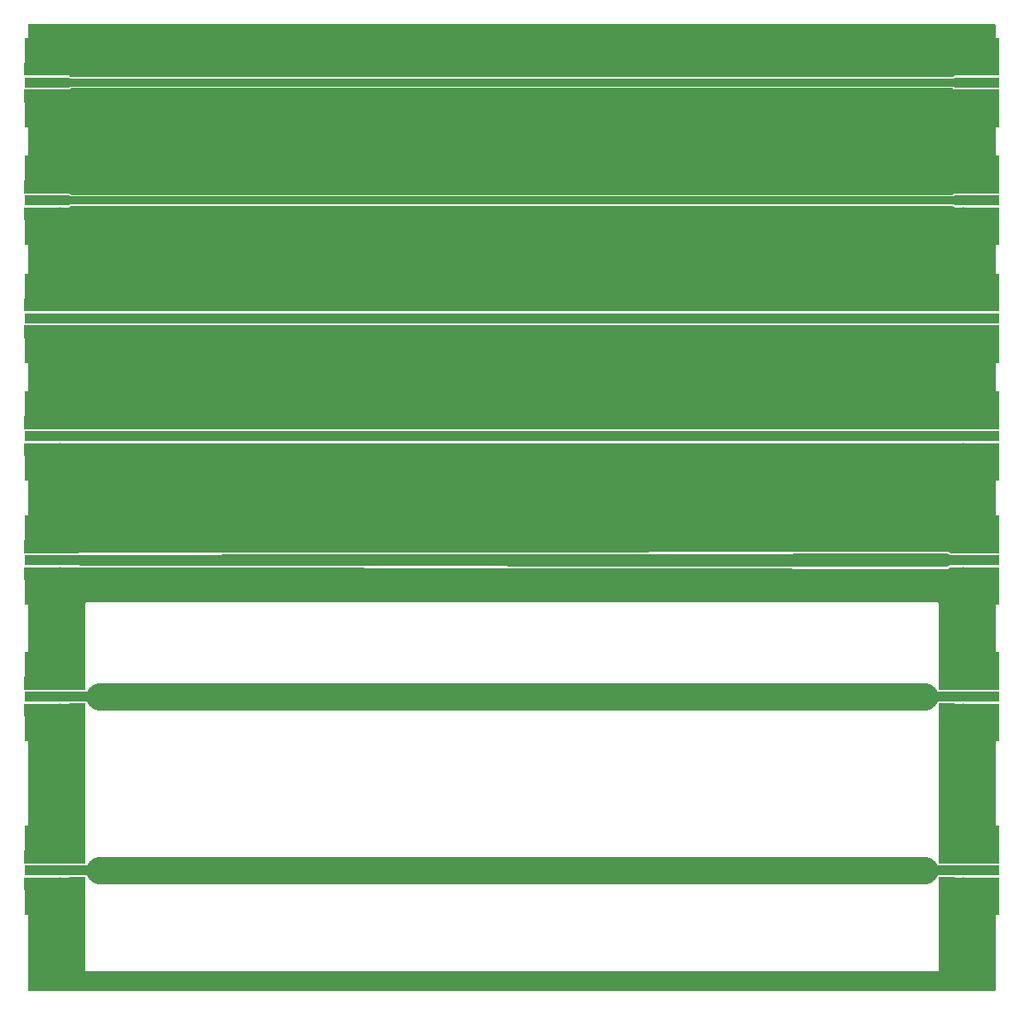
<source format=gtl>
G04 EAGLE Gerber RS-274X export*
G75*
%MOMM*%
%FSLAX34Y34*%
%LPD*%
%INTop Copper Layer*%
%IPPOS*%
%AMOC8*
5,1,8,0,0,1.08239X$1,22.5*%
G01*
%ADD10R,4.572000X2.540000*%
%ADD11R,4.572000X1.041400*%
%ADD12C,0.554000*%
%ADD13R,0.050800X0.050800*%
%ADD14C,0.604000*%
%ADD15C,1.041400*%
%ADD16C,2.819400*%
%ADD17C,0.812800*%
%ADD18C,1.092200*%
%ADD19C,1.143000*%
%ADD20C,1.193800*%
%ADD21C,1.244600*%
%ADD22C,1.295400*%
%ADD23C,1.346200*%

G36*
X54959Y451750D02*
X54959Y451750D01*
X55025Y451751D01*
X55105Y451774D01*
X55138Y451779D01*
X55155Y451789D01*
X55186Y451798D01*
X55659Y451994D01*
X200894Y451994D01*
X200959Y452004D01*
X201024Y452005D01*
X201105Y452028D01*
X201137Y452033D01*
X201154Y452043D01*
X201186Y452052D01*
X201659Y452248D01*
X346894Y452248D01*
X346958Y452258D01*
X347024Y452259D01*
X347104Y452282D01*
X347136Y452287D01*
X347154Y452297D01*
X347185Y452306D01*
X347658Y452502D01*
X492893Y452502D01*
X492958Y452512D01*
X493023Y452513D01*
X493103Y452536D01*
X493136Y452541D01*
X493153Y452551D01*
X493185Y452560D01*
X493658Y452756D01*
X638893Y452756D01*
X638957Y452766D01*
X639023Y452767D01*
X639103Y452790D01*
X639135Y452795D01*
X639153Y452805D01*
X639184Y452814D01*
X639657Y453010D01*
X784892Y453010D01*
X784957Y453020D01*
X785022Y453021D01*
X785102Y453044D01*
X785135Y453049D01*
X785152Y453059D01*
X785183Y453068D01*
X785657Y453264D01*
X944083Y453264D01*
X947335Y451917D01*
X947345Y451910D01*
X947415Y451850D01*
X947445Y451838D01*
X947471Y451819D01*
X947558Y451792D01*
X947643Y451758D01*
X947684Y451754D01*
X947706Y451747D01*
X947738Y451748D01*
X947809Y451740D01*
X950468Y451740D01*
X950488Y451743D01*
X950507Y451741D01*
X950609Y451763D01*
X950711Y451779D01*
X950728Y451789D01*
X950748Y451793D01*
X950837Y451846D01*
X950928Y451895D01*
X950942Y451909D01*
X950959Y451919D01*
X951026Y451998D01*
X951098Y452073D01*
X951104Y452086D01*
X951104Y451866D01*
X951105Y451864D01*
X951104Y451862D01*
X951124Y451819D01*
X951142Y451775D01*
X951144Y451775D01*
X951145Y451773D01*
X951230Y451740D01*
X996950Y451740D01*
X996952Y451741D01*
X996954Y451740D01*
X996997Y451760D01*
X997041Y451778D01*
X997041Y451780D01*
X997043Y451781D01*
X997076Y451866D01*
X997076Y464820D01*
X997075Y464822D01*
X997076Y464824D01*
X997056Y464867D01*
X997038Y464911D01*
X997036Y464911D01*
X997035Y464913D01*
X996950Y464946D01*
X992783Y464946D01*
X992838Y464976D01*
X992852Y464990D01*
X992869Y465000D01*
X992936Y465079D01*
X993008Y465154D01*
X993016Y465172D01*
X993029Y465187D01*
X993068Y465283D01*
X993111Y465377D01*
X993113Y465397D01*
X993121Y465415D01*
X993139Y465582D01*
X993139Y550418D01*
X993138Y550426D01*
X993138Y550428D01*
X993136Y550438D01*
X993138Y550457D01*
X993116Y550559D01*
X993100Y550661D01*
X993090Y550678D01*
X993086Y550698D01*
X993033Y550787D01*
X992984Y550878D01*
X992970Y550892D01*
X992960Y550909D01*
X992881Y550976D01*
X992806Y551048D01*
X992793Y551054D01*
X996950Y551054D01*
X996952Y551055D01*
X996954Y551054D01*
X996997Y551074D01*
X997041Y551092D01*
X997041Y551094D01*
X997043Y551095D01*
X997076Y551180D01*
X997076Y564134D01*
X997075Y564136D01*
X997076Y564138D01*
X997056Y564181D01*
X997038Y564225D01*
X997036Y564225D01*
X997035Y564227D01*
X996950Y564260D01*
X951230Y564260D01*
X951228Y564259D01*
X951226Y564260D01*
X951183Y564240D01*
X951139Y564222D01*
X951139Y564220D01*
X951137Y564219D01*
X951104Y564134D01*
X951104Y563904D01*
X951074Y563959D01*
X951060Y563973D01*
X951050Y563990D01*
X950971Y564057D01*
X950896Y564129D01*
X950878Y564137D01*
X950863Y564150D01*
X950767Y564189D01*
X950673Y564232D01*
X950653Y564234D01*
X950635Y564242D01*
X950468Y564260D01*
X46482Y564260D01*
X46462Y564257D01*
X46443Y564259D01*
X46341Y564237D01*
X46239Y564221D01*
X46222Y564211D01*
X46202Y564207D01*
X46113Y564154D01*
X46022Y564105D01*
X46008Y564091D01*
X45991Y564081D01*
X45924Y564002D01*
X45852Y563927D01*
X45846Y563914D01*
X45846Y564134D01*
X45845Y564136D01*
X45846Y564138D01*
X45826Y564181D01*
X45808Y564225D01*
X45806Y564225D01*
X45805Y564227D01*
X45720Y564260D01*
X0Y564260D01*
X-2Y564259D01*
X-4Y564260D01*
X-47Y564240D01*
X-91Y564222D01*
X-91Y564220D01*
X-93Y564219D01*
X-126Y564134D01*
X-126Y551180D01*
X-125Y551178D01*
X-126Y551176D01*
X-106Y551133D01*
X-88Y551089D01*
X-86Y551089D01*
X-85Y551087D01*
X0Y551054D01*
X4167Y551054D01*
X4112Y551024D01*
X4098Y551010D01*
X4081Y551000D01*
X4014Y550921D01*
X3942Y550846D01*
X3934Y550828D01*
X3921Y550813D01*
X3882Y550717D01*
X3839Y550623D01*
X3837Y550603D01*
X3829Y550585D01*
X3811Y550418D01*
X3811Y465582D01*
X3814Y465562D01*
X3812Y465543D01*
X3834Y465441D01*
X3850Y465339D01*
X3860Y465322D01*
X3864Y465302D01*
X3917Y465213D01*
X3966Y465122D01*
X3980Y465108D01*
X3990Y465091D01*
X4069Y465024D01*
X4144Y464952D01*
X4157Y464946D01*
X0Y464946D01*
X-2Y464945D01*
X-4Y464946D01*
X-47Y464926D01*
X-91Y464908D01*
X-91Y464906D01*
X-93Y464905D01*
X-126Y464820D01*
X-126Y451866D01*
X-125Y451864D01*
X-126Y451862D01*
X-106Y451819D01*
X-88Y451775D01*
X-86Y451775D01*
X-85Y451773D01*
X0Y451740D01*
X45720Y451740D01*
X45722Y451741D01*
X45724Y451740D01*
X45767Y451760D01*
X45811Y451778D01*
X45811Y451780D01*
X45813Y451781D01*
X45846Y451866D01*
X45846Y452096D01*
X45876Y452041D01*
X45890Y452027D01*
X45900Y452010D01*
X45979Y451943D01*
X46054Y451871D01*
X46072Y451863D01*
X46087Y451850D01*
X46183Y451811D01*
X46277Y451768D01*
X46297Y451766D01*
X46315Y451758D01*
X46482Y451740D01*
X54895Y451740D01*
X54959Y451750D01*
G37*
G36*
X949230Y818403D02*
X949230Y818403D01*
X949321Y818411D01*
X949351Y818423D01*
X949383Y818428D01*
X949464Y818471D01*
X949547Y818507D01*
X949580Y818533D01*
X949600Y818544D01*
X949622Y818567D01*
X949678Y818612D01*
X950624Y819557D01*
X950711Y819571D01*
X950728Y819581D01*
X950748Y819585D01*
X950837Y819638D01*
X950928Y819687D01*
X950942Y819701D01*
X950959Y819711D01*
X951026Y819790D01*
X951098Y819865D01*
X951106Y819883D01*
X951119Y819898D01*
X951158Y819994D01*
X951187Y820057D01*
X951230Y820040D01*
X996950Y820040D01*
X996952Y820041D01*
X996954Y820040D01*
X996997Y820060D01*
X997041Y820078D01*
X997041Y820080D01*
X997043Y820081D01*
X997076Y820166D01*
X997076Y833120D01*
X997075Y833122D01*
X997076Y833124D01*
X997056Y833167D01*
X997038Y833211D01*
X997036Y833211D01*
X997035Y833213D01*
X996950Y833246D01*
X992783Y833246D01*
X992838Y833276D01*
X992852Y833290D01*
X992869Y833300D01*
X992936Y833379D01*
X993008Y833454D01*
X993016Y833472D01*
X993029Y833487D01*
X993068Y833583D01*
X993111Y833677D01*
X993113Y833697D01*
X993121Y833715D01*
X993139Y833882D01*
X993139Y912368D01*
X993136Y912388D01*
X993138Y912407D01*
X993116Y912509D01*
X993100Y912611D01*
X993090Y912628D01*
X993086Y912648D01*
X993033Y912737D01*
X992984Y912828D01*
X992970Y912842D01*
X992960Y912859D01*
X992881Y912926D01*
X992806Y912998D01*
X992793Y913004D01*
X996950Y913004D01*
X996952Y913005D01*
X996954Y913004D01*
X996997Y913024D01*
X997041Y913042D01*
X997041Y913044D01*
X997043Y913045D01*
X997076Y913130D01*
X997076Y926084D01*
X997075Y926086D01*
X997076Y926088D01*
X997056Y926131D01*
X997038Y926175D01*
X997036Y926175D01*
X997035Y926177D01*
X996950Y926210D01*
X951230Y926210D01*
X951228Y926209D01*
X951226Y926210D01*
X951190Y926194D01*
X951190Y926200D01*
X951180Y926217D01*
X951176Y926237D01*
X951123Y926326D01*
X951074Y926417D01*
X951060Y926431D01*
X951050Y926448D01*
X950971Y926515D01*
X950896Y926587D01*
X950878Y926595D01*
X950863Y926608D01*
X950767Y926647D01*
X950673Y926690D01*
X950653Y926692D01*
X950635Y926700D01*
X950615Y926702D01*
X949678Y927638D01*
X949604Y927691D01*
X949535Y927751D01*
X949505Y927763D01*
X949479Y927782D01*
X949392Y927809D01*
X949307Y927843D01*
X949266Y927847D01*
X949244Y927854D01*
X949211Y927853D01*
X949140Y927861D01*
X47810Y927861D01*
X47720Y927847D01*
X47629Y927839D01*
X47599Y927827D01*
X47567Y927822D01*
X47486Y927779D01*
X47403Y927743D01*
X47370Y927717D01*
X47350Y927706D01*
X47328Y927683D01*
X47272Y927638D01*
X46326Y926693D01*
X46239Y926679D01*
X46222Y926669D01*
X46202Y926665D01*
X46113Y926612D01*
X46022Y926563D01*
X46008Y926549D01*
X45991Y926539D01*
X45924Y926460D01*
X45852Y926385D01*
X45844Y926367D01*
X45831Y926352D01*
X45792Y926256D01*
X45763Y926193D01*
X45720Y926210D01*
X0Y926210D01*
X-2Y926209D01*
X-4Y926210D01*
X-47Y926190D01*
X-91Y926172D01*
X-91Y926170D01*
X-93Y926169D01*
X-126Y926084D01*
X-126Y913130D01*
X-125Y913128D01*
X-126Y913126D01*
X-106Y913083D01*
X-88Y913039D01*
X-86Y913039D01*
X-85Y913037D01*
X0Y913004D01*
X4167Y913004D01*
X4112Y912974D01*
X4098Y912960D01*
X4081Y912950D01*
X4014Y912871D01*
X3942Y912796D01*
X3934Y912778D01*
X3921Y912763D01*
X3882Y912667D01*
X3839Y912573D01*
X3837Y912553D01*
X3829Y912535D01*
X3811Y912368D01*
X3811Y833882D01*
X3814Y833862D01*
X3812Y833843D01*
X3834Y833741D01*
X3850Y833639D01*
X3860Y833622D01*
X3864Y833602D01*
X3917Y833513D01*
X3966Y833422D01*
X3980Y833408D01*
X3990Y833391D01*
X4069Y833324D01*
X4144Y833252D01*
X4157Y833246D01*
X0Y833246D01*
X-2Y833245D01*
X-4Y833246D01*
X-47Y833226D01*
X-91Y833208D01*
X-91Y833206D01*
X-93Y833205D01*
X-126Y833120D01*
X-126Y820166D01*
X-125Y820164D01*
X-126Y820162D01*
X-106Y820119D01*
X-88Y820075D01*
X-86Y820075D01*
X-85Y820073D01*
X0Y820040D01*
X45720Y820040D01*
X45722Y820041D01*
X45724Y820040D01*
X45760Y820056D01*
X45760Y820050D01*
X45770Y820033D01*
X45774Y820013D01*
X45827Y819924D01*
X45876Y819833D01*
X45890Y819819D01*
X45900Y819802D01*
X45979Y819735D01*
X46054Y819663D01*
X46072Y819655D01*
X46087Y819642D01*
X46183Y819603D01*
X46277Y819560D01*
X46297Y819558D01*
X46315Y819550D01*
X46335Y819548D01*
X47272Y818612D01*
X47346Y818559D01*
X47415Y818499D01*
X47445Y818487D01*
X47471Y818468D01*
X47558Y818441D01*
X47643Y818407D01*
X47684Y818403D01*
X47706Y818396D01*
X47739Y818397D01*
X47810Y818389D01*
X949140Y818389D01*
X949230Y818403D01*
G37*
G36*
X950488Y699393D02*
X950488Y699393D01*
X950507Y699391D01*
X950609Y699413D01*
X950711Y699429D01*
X950728Y699439D01*
X950748Y699443D01*
X950837Y699496D01*
X950928Y699545D01*
X950942Y699559D01*
X950959Y699569D01*
X951026Y699648D01*
X951098Y699723D01*
X951104Y699736D01*
X951104Y699516D01*
X951105Y699514D01*
X951104Y699512D01*
X951124Y699469D01*
X951142Y699425D01*
X951144Y699425D01*
X951145Y699423D01*
X951230Y699390D01*
X996950Y699390D01*
X996952Y699391D01*
X996954Y699390D01*
X996997Y699410D01*
X997041Y699428D01*
X997041Y699430D01*
X997043Y699431D01*
X997076Y699516D01*
X997076Y712470D01*
X997075Y712472D01*
X997076Y712474D01*
X997056Y712517D01*
X997038Y712561D01*
X997036Y712561D01*
X997035Y712563D01*
X996950Y712596D01*
X992783Y712596D01*
X992838Y712626D01*
X992852Y712640D01*
X992869Y712650D01*
X992936Y712729D01*
X993008Y712804D01*
X993016Y712822D01*
X993029Y712837D01*
X993068Y712933D01*
X993111Y713027D01*
X993113Y713047D01*
X993121Y713065D01*
X993139Y713232D01*
X993139Y791718D01*
X993137Y791732D01*
X993138Y791744D01*
X993137Y791749D01*
X993138Y791757D01*
X993116Y791859D01*
X993100Y791961D01*
X993090Y791978D01*
X993086Y791998D01*
X993033Y792087D01*
X992984Y792178D01*
X992970Y792192D01*
X992960Y792209D01*
X992881Y792276D01*
X992806Y792348D01*
X992793Y792354D01*
X996950Y792354D01*
X996952Y792355D01*
X996954Y792354D01*
X996997Y792374D01*
X997041Y792392D01*
X997041Y792394D01*
X997043Y792395D01*
X997076Y792480D01*
X997076Y805434D01*
X997075Y805436D01*
X997076Y805438D01*
X997056Y805481D01*
X997038Y805525D01*
X997036Y805525D01*
X997035Y805527D01*
X996950Y805560D01*
X951230Y805560D01*
X951228Y805559D01*
X951226Y805560D01*
X951190Y805544D01*
X951190Y805550D01*
X951180Y805567D01*
X951176Y805587D01*
X951123Y805676D01*
X951074Y805767D01*
X951060Y805781D01*
X951050Y805798D01*
X950971Y805865D01*
X950896Y805937D01*
X950878Y805945D01*
X950863Y805958D01*
X950767Y805997D01*
X950673Y806040D01*
X950653Y806042D01*
X950635Y806050D01*
X950615Y806052D01*
X949678Y806988D01*
X949604Y807041D01*
X949535Y807101D01*
X949505Y807113D01*
X949479Y807132D01*
X949392Y807159D01*
X949307Y807193D01*
X949266Y807197D01*
X949244Y807204D01*
X949211Y807203D01*
X949140Y807211D01*
X47810Y807211D01*
X47720Y807197D01*
X47629Y807189D01*
X47599Y807177D01*
X47567Y807172D01*
X47486Y807129D01*
X47403Y807093D01*
X47370Y807067D01*
X47350Y807056D01*
X47328Y807033D01*
X47272Y806988D01*
X46326Y806043D01*
X46239Y806029D01*
X46222Y806019D01*
X46202Y806015D01*
X46113Y805962D01*
X46022Y805913D01*
X46008Y805899D01*
X45991Y805889D01*
X45924Y805810D01*
X45852Y805735D01*
X45844Y805717D01*
X45831Y805702D01*
X45792Y805606D01*
X45763Y805543D01*
X45720Y805560D01*
X0Y805560D01*
X-2Y805559D01*
X-4Y805560D01*
X-47Y805540D01*
X-91Y805522D01*
X-91Y805520D01*
X-93Y805519D01*
X-126Y805434D01*
X-126Y792480D01*
X-125Y792478D01*
X-126Y792476D01*
X-106Y792433D01*
X-88Y792389D01*
X-86Y792389D01*
X-85Y792387D01*
X0Y792354D01*
X4167Y792354D01*
X4112Y792324D01*
X4098Y792310D01*
X4081Y792300D01*
X4014Y792221D01*
X3942Y792146D01*
X3934Y792128D01*
X3921Y792113D01*
X3882Y792017D01*
X3839Y791923D01*
X3837Y791903D01*
X3829Y791885D01*
X3811Y791718D01*
X3811Y713232D01*
X3814Y713212D01*
X3812Y713193D01*
X3834Y713091D01*
X3850Y712989D01*
X3860Y712972D01*
X3864Y712952D01*
X3917Y712863D01*
X3966Y712772D01*
X3980Y712758D01*
X3990Y712741D01*
X4069Y712674D01*
X4144Y712602D01*
X4157Y712596D01*
X0Y712596D01*
X-2Y712595D01*
X-4Y712596D01*
X-47Y712576D01*
X-91Y712558D01*
X-91Y712556D01*
X-93Y712555D01*
X-126Y712470D01*
X-126Y699516D01*
X-125Y699514D01*
X-126Y699512D01*
X-106Y699469D01*
X-88Y699425D01*
X-86Y699425D01*
X-85Y699423D01*
X0Y699390D01*
X45720Y699390D01*
X45722Y699391D01*
X45724Y699390D01*
X45767Y699410D01*
X45811Y699428D01*
X45811Y699430D01*
X45813Y699431D01*
X45846Y699516D01*
X45846Y699746D01*
X45876Y699691D01*
X45890Y699677D01*
X45900Y699660D01*
X45979Y699593D01*
X46054Y699521D01*
X46072Y699513D01*
X46087Y699500D01*
X46183Y699461D01*
X46277Y699418D01*
X46297Y699416D01*
X46315Y699408D01*
X46482Y699390D01*
X950468Y699390D01*
X950488Y699393D01*
G37*
G36*
X950488Y578743D02*
X950488Y578743D01*
X950507Y578741D01*
X950609Y578763D01*
X950711Y578779D01*
X950728Y578789D01*
X950748Y578793D01*
X950837Y578846D01*
X950928Y578895D01*
X950942Y578909D01*
X950959Y578919D01*
X951026Y578998D01*
X951098Y579073D01*
X951104Y579086D01*
X951104Y578866D01*
X951105Y578864D01*
X951104Y578862D01*
X951124Y578819D01*
X951142Y578775D01*
X951144Y578775D01*
X951145Y578773D01*
X951230Y578740D01*
X996950Y578740D01*
X996952Y578741D01*
X996954Y578740D01*
X996997Y578760D01*
X997041Y578778D01*
X997041Y578780D01*
X997043Y578781D01*
X997076Y578866D01*
X997076Y591820D01*
X997075Y591822D01*
X997076Y591824D01*
X997056Y591867D01*
X997038Y591911D01*
X997036Y591911D01*
X997035Y591913D01*
X996950Y591946D01*
X992783Y591946D01*
X992838Y591976D01*
X992852Y591990D01*
X992869Y592000D01*
X992936Y592079D01*
X993008Y592154D01*
X993016Y592172D01*
X993029Y592187D01*
X993068Y592283D01*
X993111Y592377D01*
X993113Y592397D01*
X993121Y592415D01*
X993139Y592582D01*
X993139Y671068D01*
X993136Y671088D01*
X993138Y671107D01*
X993116Y671209D01*
X993100Y671311D01*
X993090Y671328D01*
X993086Y671348D01*
X993033Y671437D01*
X992984Y671528D01*
X992970Y671542D01*
X992960Y671559D01*
X992881Y671626D01*
X992806Y671698D01*
X992793Y671704D01*
X996950Y671704D01*
X996952Y671705D01*
X996954Y671704D01*
X996997Y671724D01*
X997041Y671742D01*
X997041Y671744D01*
X997043Y671745D01*
X997076Y671830D01*
X997076Y684784D01*
X997075Y684786D01*
X997076Y684788D01*
X997056Y684831D01*
X997038Y684875D01*
X997036Y684875D01*
X997035Y684877D01*
X996950Y684910D01*
X951230Y684910D01*
X951228Y684909D01*
X951226Y684910D01*
X951183Y684890D01*
X951139Y684872D01*
X951139Y684870D01*
X951137Y684869D01*
X951104Y684784D01*
X951104Y684554D01*
X951074Y684609D01*
X951060Y684623D01*
X951050Y684640D01*
X950971Y684707D01*
X950896Y684779D01*
X950878Y684787D01*
X950863Y684800D01*
X950767Y684839D01*
X950673Y684882D01*
X950653Y684884D01*
X950635Y684892D01*
X950468Y684910D01*
X46482Y684910D01*
X46462Y684907D01*
X46443Y684909D01*
X46341Y684887D01*
X46239Y684871D01*
X46222Y684861D01*
X46202Y684857D01*
X46113Y684804D01*
X46022Y684755D01*
X46008Y684741D01*
X45991Y684731D01*
X45924Y684652D01*
X45852Y684577D01*
X45846Y684564D01*
X45846Y684784D01*
X45845Y684786D01*
X45846Y684788D01*
X45826Y684831D01*
X45808Y684875D01*
X45806Y684875D01*
X45805Y684877D01*
X45720Y684910D01*
X0Y684910D01*
X-2Y684909D01*
X-4Y684910D01*
X-47Y684890D01*
X-91Y684872D01*
X-91Y684870D01*
X-93Y684869D01*
X-126Y684784D01*
X-126Y671830D01*
X-125Y671828D01*
X-126Y671826D01*
X-106Y671783D01*
X-88Y671739D01*
X-86Y671739D01*
X-85Y671737D01*
X0Y671704D01*
X4167Y671704D01*
X4112Y671674D01*
X4098Y671660D01*
X4081Y671650D01*
X4014Y671571D01*
X3942Y671496D01*
X3934Y671478D01*
X3921Y671463D01*
X3882Y671367D01*
X3839Y671273D01*
X3837Y671253D01*
X3829Y671235D01*
X3811Y671068D01*
X3811Y592582D01*
X3814Y592562D01*
X3812Y592543D01*
X3834Y592441D01*
X3850Y592339D01*
X3860Y592322D01*
X3864Y592302D01*
X3917Y592213D01*
X3966Y592122D01*
X3980Y592108D01*
X3990Y592091D01*
X4069Y592024D01*
X4144Y591952D01*
X4157Y591946D01*
X0Y591946D01*
X-2Y591945D01*
X-4Y591946D01*
X-47Y591926D01*
X-91Y591908D01*
X-91Y591906D01*
X-93Y591905D01*
X-126Y591820D01*
X-126Y578866D01*
X-125Y578864D01*
X-126Y578862D01*
X-106Y578819D01*
X-88Y578775D01*
X-86Y578775D01*
X-85Y578773D01*
X0Y578740D01*
X45720Y578740D01*
X45722Y578741D01*
X45724Y578740D01*
X45767Y578760D01*
X45811Y578778D01*
X45811Y578780D01*
X45813Y578781D01*
X45846Y578866D01*
X45846Y579096D01*
X45876Y579041D01*
X45890Y579027D01*
X45900Y579010D01*
X45979Y578943D01*
X46054Y578871D01*
X46072Y578863D01*
X46087Y578850D01*
X46183Y578811D01*
X46277Y578768D01*
X46297Y578766D01*
X46315Y578758D01*
X46482Y578740D01*
X950468Y578740D01*
X950488Y578743D01*
G37*
G36*
X949230Y939053D02*
X949230Y939053D01*
X949321Y939061D01*
X949351Y939073D01*
X949383Y939078D01*
X949464Y939121D01*
X949547Y939157D01*
X949580Y939183D01*
X949600Y939194D01*
X949622Y939217D01*
X949678Y939262D01*
X950624Y940207D01*
X950711Y940221D01*
X950728Y940231D01*
X950748Y940235D01*
X950837Y940288D01*
X950928Y940337D01*
X950942Y940351D01*
X950959Y940361D01*
X951026Y940440D01*
X951098Y940515D01*
X951106Y940533D01*
X951119Y940548D01*
X951158Y940644D01*
X951187Y940707D01*
X951230Y940690D01*
X996950Y940690D01*
X996952Y940691D01*
X996954Y940690D01*
X996997Y940710D01*
X997041Y940728D01*
X997041Y940730D01*
X997043Y940731D01*
X997076Y940816D01*
X997076Y953770D01*
X997075Y953772D01*
X997076Y953774D01*
X997056Y953817D01*
X997038Y953861D01*
X997036Y953861D01*
X997035Y953863D01*
X996950Y953896D01*
X992783Y953896D01*
X992838Y953926D01*
X992852Y953940D01*
X992869Y953950D01*
X992936Y954029D01*
X993008Y954104D01*
X993016Y954122D01*
X993029Y954137D01*
X993068Y954233D01*
X993111Y954327D01*
X993113Y954347D01*
X993121Y954365D01*
X993139Y954532D01*
X993139Y992378D01*
X993136Y992398D01*
X993138Y992417D01*
X993116Y992519D01*
X993100Y992621D01*
X993090Y992638D01*
X993086Y992658D01*
X993033Y992747D01*
X992984Y992838D01*
X992970Y992852D01*
X992960Y992869D01*
X992881Y992936D01*
X992806Y993008D01*
X992788Y993016D01*
X992773Y993029D01*
X992677Y993068D01*
X992583Y993111D01*
X992563Y993113D01*
X992545Y993121D01*
X992378Y993139D01*
X4572Y993139D01*
X4552Y993136D01*
X4533Y993138D01*
X4431Y993116D01*
X4329Y993100D01*
X4312Y993090D01*
X4292Y993086D01*
X4203Y993033D01*
X4112Y992984D01*
X4098Y992970D01*
X4081Y992960D01*
X4014Y992881D01*
X3942Y992806D01*
X3934Y992788D01*
X3921Y992773D01*
X3882Y992677D01*
X3839Y992583D01*
X3837Y992563D01*
X3829Y992545D01*
X3811Y992378D01*
X3811Y954532D01*
X3814Y954512D01*
X3812Y954493D01*
X3834Y954391D01*
X3850Y954289D01*
X3860Y954272D01*
X3864Y954252D01*
X3917Y954163D01*
X3966Y954072D01*
X3980Y954058D01*
X3990Y954041D01*
X4069Y953974D01*
X4144Y953902D01*
X4157Y953896D01*
X0Y953896D01*
X-2Y953895D01*
X-4Y953896D01*
X-47Y953876D01*
X-91Y953858D01*
X-91Y953856D01*
X-93Y953855D01*
X-126Y953770D01*
X-126Y940816D01*
X-125Y940814D01*
X-126Y940812D01*
X-106Y940769D01*
X-88Y940725D01*
X-86Y940725D01*
X-85Y940723D01*
X0Y940690D01*
X45720Y940690D01*
X45722Y940691D01*
X45724Y940690D01*
X45760Y940706D01*
X45760Y940700D01*
X45770Y940683D01*
X45774Y940663D01*
X45827Y940574D01*
X45876Y940483D01*
X45890Y940469D01*
X45900Y940452D01*
X45979Y940385D01*
X46054Y940313D01*
X46072Y940305D01*
X46087Y940292D01*
X46183Y940253D01*
X46277Y940210D01*
X46297Y940208D01*
X46315Y940200D01*
X46335Y940198D01*
X47272Y939262D01*
X47346Y939209D01*
X47415Y939149D01*
X47445Y939137D01*
X47471Y939118D01*
X47558Y939091D01*
X47643Y939057D01*
X47684Y939053D01*
X47706Y939046D01*
X47739Y939047D01*
X47810Y939039D01*
X949140Y939039D01*
X949230Y939053D01*
G37*
G36*
X61488Y311535D02*
X61488Y311535D01*
X61507Y311533D01*
X61609Y311555D01*
X61711Y311571D01*
X61728Y311581D01*
X61748Y311585D01*
X61837Y311638D01*
X61928Y311687D01*
X61942Y311701D01*
X61959Y311711D01*
X62026Y311790D01*
X62098Y311865D01*
X62106Y311883D01*
X62119Y311898D01*
X62158Y311994D01*
X62201Y312088D01*
X62203Y312108D01*
X62211Y312126D01*
X62229Y312293D01*
X62229Y400576D01*
X62974Y401321D01*
X933976Y401321D01*
X934721Y400576D01*
X934721Y312293D01*
X934724Y312273D01*
X934722Y312254D01*
X934744Y312152D01*
X934760Y312050D01*
X934770Y312033D01*
X934774Y312013D01*
X934827Y311924D01*
X934876Y311833D01*
X934890Y311819D01*
X934900Y311802D01*
X934979Y311735D01*
X935054Y311663D01*
X935072Y311655D01*
X935087Y311642D01*
X935183Y311603D01*
X935277Y311560D01*
X935297Y311558D01*
X935315Y311550D01*
X935482Y311532D01*
X950468Y311532D01*
X950488Y311535D01*
X950507Y311533D01*
X950609Y311555D01*
X950711Y311571D01*
X950728Y311581D01*
X950748Y311585D01*
X950837Y311638D01*
X950928Y311687D01*
X950942Y311701D01*
X950959Y311711D01*
X951026Y311790D01*
X951098Y311865D01*
X951106Y311883D01*
X951119Y311898D01*
X951158Y311994D01*
X951187Y312057D01*
X951230Y312040D01*
X996950Y312040D01*
X996952Y312041D01*
X996954Y312040D01*
X996997Y312060D01*
X997041Y312078D01*
X997041Y312080D01*
X997043Y312081D01*
X997076Y312166D01*
X997076Y325120D01*
X997075Y325122D01*
X997076Y325124D01*
X997056Y325167D01*
X997038Y325211D01*
X997036Y325211D01*
X997035Y325213D01*
X996950Y325246D01*
X992783Y325246D01*
X992838Y325276D01*
X992852Y325290D01*
X992869Y325300D01*
X992936Y325379D01*
X993008Y325454D01*
X993016Y325472D01*
X993029Y325487D01*
X993068Y325583D01*
X993111Y325677D01*
X993113Y325697D01*
X993121Y325715D01*
X993139Y325882D01*
X993139Y423418D01*
X993136Y423438D01*
X993138Y423457D01*
X993116Y423559D01*
X993100Y423661D01*
X993090Y423678D01*
X993086Y423698D01*
X993033Y423787D01*
X992984Y423878D01*
X992970Y423892D01*
X992960Y423909D01*
X992881Y423976D01*
X992806Y424048D01*
X992793Y424054D01*
X996950Y424054D01*
X996952Y424055D01*
X996954Y424054D01*
X996997Y424074D01*
X997041Y424092D01*
X997041Y424094D01*
X997043Y424095D01*
X997076Y424180D01*
X997076Y437134D01*
X997075Y437136D01*
X997076Y437138D01*
X997056Y437181D01*
X997038Y437225D01*
X997036Y437225D01*
X997035Y437227D01*
X996950Y437260D01*
X951230Y437260D01*
X951228Y437259D01*
X951226Y437260D01*
X951183Y437240D01*
X951139Y437222D01*
X951139Y437220D01*
X951137Y437219D01*
X951104Y437134D01*
X951104Y436904D01*
X951074Y436959D01*
X951060Y436973D01*
X951050Y436990D01*
X950971Y437057D01*
X950896Y437129D01*
X950878Y437137D01*
X950863Y437150D01*
X950767Y437189D01*
X950673Y437232D01*
X950653Y437234D01*
X950635Y437242D01*
X950468Y437260D01*
X947809Y437260D01*
X947719Y437246D01*
X947628Y437238D01*
X947599Y437226D01*
X947567Y437221D01*
X947486Y437178D01*
X947402Y437142D01*
X947370Y437116D01*
X947349Y437105D01*
X947327Y437082D01*
X947321Y437078D01*
X944083Y435736D01*
X785657Y435736D01*
X785183Y435932D01*
X785120Y435947D01*
X785059Y435972D01*
X784976Y435981D01*
X784944Y435988D01*
X784925Y435987D01*
X784892Y435990D01*
X639657Y435990D01*
X639184Y436186D01*
X639120Y436201D01*
X639059Y436226D01*
X638977Y436235D01*
X638945Y436242D01*
X638925Y436241D01*
X638893Y436244D01*
X493658Y436244D01*
X493185Y436440D01*
X493121Y436455D01*
X493060Y436480D01*
X492977Y436489D01*
X492945Y436496D01*
X492926Y436495D01*
X492893Y436498D01*
X347658Y436498D01*
X347185Y436694D01*
X347121Y436709D01*
X347060Y436734D01*
X346978Y436743D01*
X346946Y436750D01*
X346926Y436749D01*
X346894Y436752D01*
X201659Y436752D01*
X201186Y436948D01*
X201122Y436963D01*
X201061Y436988D01*
X200978Y436997D01*
X200946Y437004D01*
X200927Y437003D01*
X200894Y437006D01*
X55659Y437006D01*
X55186Y437202D01*
X55122Y437217D01*
X55062Y437242D01*
X54979Y437251D01*
X54947Y437258D01*
X54927Y437257D01*
X54895Y437260D01*
X46482Y437260D01*
X46462Y437257D01*
X46443Y437259D01*
X46341Y437237D01*
X46239Y437221D01*
X46222Y437211D01*
X46202Y437207D01*
X46113Y437154D01*
X46022Y437105D01*
X46008Y437091D01*
X45991Y437081D01*
X45924Y437002D01*
X45852Y436927D01*
X45846Y436914D01*
X45846Y437134D01*
X45845Y437136D01*
X45846Y437138D01*
X45826Y437181D01*
X45808Y437225D01*
X45806Y437225D01*
X45805Y437227D01*
X45720Y437260D01*
X0Y437260D01*
X-2Y437259D01*
X-4Y437260D01*
X-47Y437240D01*
X-91Y437222D01*
X-91Y437220D01*
X-93Y437219D01*
X-126Y437134D01*
X-126Y424180D01*
X-125Y424178D01*
X-126Y424176D01*
X-106Y424133D01*
X-88Y424089D01*
X-86Y424089D01*
X-85Y424087D01*
X0Y424054D01*
X4167Y424054D01*
X4112Y424024D01*
X4098Y424010D01*
X4081Y424000D01*
X4014Y423921D01*
X3942Y423846D01*
X3934Y423828D01*
X3921Y423813D01*
X3882Y423717D01*
X3839Y423623D01*
X3837Y423603D01*
X3829Y423585D01*
X3811Y423418D01*
X3811Y325882D01*
X3814Y325862D01*
X3812Y325843D01*
X3834Y325741D01*
X3850Y325639D01*
X3860Y325622D01*
X3864Y325602D01*
X3917Y325513D01*
X3966Y325422D01*
X3980Y325408D01*
X3990Y325391D01*
X4069Y325324D01*
X4144Y325252D01*
X4157Y325246D01*
X0Y325246D01*
X-2Y325245D01*
X-4Y325246D01*
X-47Y325226D01*
X-91Y325208D01*
X-91Y325206D01*
X-93Y325205D01*
X-126Y325120D01*
X-126Y312166D01*
X-125Y312164D01*
X-126Y312162D01*
X-106Y312119D01*
X-88Y312075D01*
X-86Y312075D01*
X-85Y312073D01*
X0Y312040D01*
X45720Y312040D01*
X45722Y312041D01*
X45724Y312040D01*
X45760Y312056D01*
X45760Y312050D01*
X45770Y312033D01*
X45774Y312013D01*
X45827Y311924D01*
X45876Y311833D01*
X45890Y311819D01*
X45900Y311802D01*
X45979Y311735D01*
X46054Y311663D01*
X46072Y311655D01*
X46087Y311642D01*
X46183Y311603D01*
X46277Y311560D01*
X46297Y311558D01*
X46315Y311550D01*
X46482Y311532D01*
X61468Y311532D01*
X61488Y311535D01*
G37*
G36*
X992398Y3814D02*
X992398Y3814D01*
X992417Y3812D01*
X992519Y3834D01*
X992621Y3850D01*
X992638Y3860D01*
X992658Y3864D01*
X992747Y3917D01*
X992838Y3966D01*
X992852Y3980D01*
X992869Y3990D01*
X992936Y4069D01*
X993008Y4144D01*
X993016Y4162D01*
X993029Y4177D01*
X993068Y4273D01*
X993111Y4367D01*
X993113Y4387D01*
X993121Y4405D01*
X993139Y4572D01*
X993139Y105918D01*
X993136Y105938D01*
X993138Y105957D01*
X993116Y106059D01*
X993100Y106161D01*
X993090Y106178D01*
X993086Y106198D01*
X993033Y106287D01*
X992984Y106378D01*
X992970Y106392D01*
X992960Y106409D01*
X992881Y106476D01*
X992806Y106548D01*
X992793Y106554D01*
X996950Y106554D01*
X996952Y106555D01*
X996954Y106554D01*
X996997Y106574D01*
X997041Y106592D01*
X997041Y106594D01*
X997043Y106595D01*
X997076Y106680D01*
X997076Y119634D01*
X997075Y119636D01*
X997076Y119638D01*
X997056Y119681D01*
X997038Y119725D01*
X997036Y119725D01*
X997035Y119727D01*
X996950Y119760D01*
X951230Y119760D01*
X951228Y119759D01*
X951226Y119760D01*
X951190Y119744D01*
X951190Y119750D01*
X951180Y119767D01*
X951176Y119787D01*
X951123Y119876D01*
X951074Y119967D01*
X951060Y119981D01*
X951050Y119998D01*
X950971Y120065D01*
X950896Y120137D01*
X950878Y120145D01*
X950863Y120158D01*
X950767Y120197D01*
X950673Y120240D01*
X950653Y120242D01*
X950635Y120250D01*
X950468Y120268D01*
X935482Y120268D01*
X935462Y120265D01*
X935443Y120267D01*
X935341Y120245D01*
X935239Y120229D01*
X935222Y120219D01*
X935202Y120215D01*
X935113Y120162D01*
X935022Y120113D01*
X935008Y120099D01*
X934991Y120089D01*
X934924Y120010D01*
X934852Y119935D01*
X934844Y119917D01*
X934831Y119902D01*
X934792Y119806D01*
X934749Y119712D01*
X934747Y119692D01*
X934739Y119674D01*
X934721Y119507D01*
X934721Y24874D01*
X933976Y24129D01*
X62974Y24129D01*
X62229Y24874D01*
X62229Y119507D01*
X62226Y119527D01*
X62228Y119546D01*
X62206Y119648D01*
X62190Y119750D01*
X62180Y119767D01*
X62176Y119787D01*
X62123Y119876D01*
X62074Y119967D01*
X62060Y119981D01*
X62050Y119998D01*
X61971Y120065D01*
X61896Y120137D01*
X61878Y120145D01*
X61863Y120158D01*
X61767Y120197D01*
X61673Y120240D01*
X61653Y120242D01*
X61635Y120250D01*
X61468Y120268D01*
X46482Y120268D01*
X46462Y120265D01*
X46443Y120267D01*
X46341Y120245D01*
X46239Y120229D01*
X46222Y120219D01*
X46202Y120215D01*
X46113Y120162D01*
X46022Y120113D01*
X46008Y120099D01*
X45991Y120089D01*
X45924Y120010D01*
X45852Y119935D01*
X45844Y119917D01*
X45831Y119902D01*
X45792Y119806D01*
X45763Y119743D01*
X45720Y119760D01*
X0Y119760D01*
X-2Y119759D01*
X-4Y119760D01*
X-47Y119740D01*
X-91Y119722D01*
X-91Y119720D01*
X-93Y119719D01*
X-126Y119634D01*
X-126Y106680D01*
X-125Y106678D01*
X-126Y106676D01*
X-106Y106633D01*
X-88Y106589D01*
X-86Y106589D01*
X-85Y106587D01*
X0Y106554D01*
X4167Y106554D01*
X4112Y106524D01*
X4098Y106510D01*
X4081Y106500D01*
X4014Y106421D01*
X3942Y106346D01*
X3934Y106328D01*
X3921Y106313D01*
X3882Y106217D01*
X3839Y106123D01*
X3837Y106103D01*
X3829Y106085D01*
X3811Y105918D01*
X3811Y4572D01*
X3814Y4552D01*
X3812Y4533D01*
X3834Y4431D01*
X3850Y4329D01*
X3860Y4312D01*
X3864Y4292D01*
X3917Y4203D01*
X3966Y4112D01*
X3980Y4098D01*
X3990Y4081D01*
X4069Y4014D01*
X4144Y3942D01*
X4162Y3934D01*
X4177Y3921D01*
X4273Y3882D01*
X4367Y3839D01*
X4387Y3837D01*
X4405Y3829D01*
X4572Y3811D01*
X992378Y3811D01*
X992398Y3814D01*
G37*
G36*
X950488Y133735D02*
X950488Y133735D01*
X950507Y133733D01*
X950609Y133755D01*
X950711Y133771D01*
X950728Y133781D01*
X950748Y133785D01*
X950837Y133838D01*
X950928Y133887D01*
X950942Y133901D01*
X950959Y133911D01*
X951026Y133990D01*
X951098Y134065D01*
X951106Y134083D01*
X951119Y134098D01*
X951158Y134194D01*
X951187Y134257D01*
X951230Y134240D01*
X996950Y134240D01*
X996952Y134241D01*
X996954Y134240D01*
X996997Y134260D01*
X997041Y134278D01*
X997041Y134280D01*
X997043Y134281D01*
X997076Y134366D01*
X997076Y147320D01*
X997075Y147322D01*
X997076Y147324D01*
X997056Y147367D01*
X997038Y147411D01*
X997036Y147411D01*
X997035Y147413D01*
X996950Y147446D01*
X992783Y147446D01*
X992838Y147476D01*
X992852Y147490D01*
X992869Y147500D01*
X992936Y147579D01*
X993008Y147654D01*
X993016Y147672D01*
X993029Y147687D01*
X993068Y147783D01*
X993111Y147877D01*
X993113Y147897D01*
X993121Y147915D01*
X993139Y148082D01*
X993139Y283718D01*
X993136Y283738D01*
X993138Y283757D01*
X993116Y283859D01*
X993100Y283961D01*
X993090Y283978D01*
X993086Y283998D01*
X993033Y284087D01*
X992984Y284178D01*
X992970Y284192D01*
X992960Y284209D01*
X992881Y284276D01*
X992806Y284348D01*
X992793Y284354D01*
X996950Y284354D01*
X996952Y284355D01*
X996954Y284354D01*
X996997Y284374D01*
X997041Y284392D01*
X997041Y284394D01*
X997043Y284395D01*
X997076Y284480D01*
X997076Y297434D01*
X997075Y297436D01*
X997076Y297438D01*
X997056Y297481D01*
X997038Y297525D01*
X997036Y297525D01*
X997035Y297527D01*
X996950Y297560D01*
X951230Y297560D01*
X951228Y297559D01*
X951226Y297560D01*
X951190Y297544D01*
X951190Y297550D01*
X951180Y297567D01*
X951176Y297587D01*
X951123Y297676D01*
X951074Y297767D01*
X951060Y297781D01*
X951050Y297798D01*
X950971Y297865D01*
X950896Y297937D01*
X950878Y297945D01*
X950863Y297958D01*
X950767Y297997D01*
X950673Y298040D01*
X950653Y298042D01*
X950635Y298050D01*
X950468Y298068D01*
X935482Y298068D01*
X935462Y298065D01*
X935443Y298067D01*
X935341Y298045D01*
X935239Y298029D01*
X935222Y298019D01*
X935202Y298015D01*
X935113Y297962D01*
X935022Y297913D01*
X935008Y297899D01*
X934991Y297889D01*
X934924Y297810D01*
X934852Y297735D01*
X934844Y297717D01*
X934831Y297702D01*
X934792Y297606D01*
X934749Y297512D01*
X934747Y297492D01*
X934739Y297474D01*
X934721Y297307D01*
X934721Y134493D01*
X934724Y134473D01*
X934722Y134454D01*
X934744Y134352D01*
X934760Y134250D01*
X934770Y134233D01*
X934774Y134213D01*
X934827Y134124D01*
X934876Y134033D01*
X934890Y134019D01*
X934900Y134002D01*
X934979Y133935D01*
X935054Y133863D01*
X935072Y133855D01*
X935087Y133842D01*
X935183Y133803D01*
X935277Y133760D01*
X935297Y133758D01*
X935315Y133750D01*
X935482Y133732D01*
X950468Y133732D01*
X950488Y133735D01*
G37*
G36*
X61488Y133735D02*
X61488Y133735D01*
X61507Y133733D01*
X61609Y133755D01*
X61711Y133771D01*
X61728Y133781D01*
X61748Y133785D01*
X61837Y133838D01*
X61928Y133887D01*
X61942Y133901D01*
X61959Y133911D01*
X62026Y133990D01*
X62098Y134065D01*
X62106Y134083D01*
X62119Y134098D01*
X62158Y134194D01*
X62201Y134288D01*
X62203Y134308D01*
X62211Y134326D01*
X62229Y134493D01*
X62229Y297307D01*
X62226Y297327D01*
X62228Y297346D01*
X62206Y297448D01*
X62190Y297550D01*
X62180Y297567D01*
X62176Y297587D01*
X62123Y297676D01*
X62074Y297767D01*
X62060Y297781D01*
X62050Y297798D01*
X61971Y297865D01*
X61896Y297937D01*
X61878Y297945D01*
X61863Y297958D01*
X61767Y297997D01*
X61673Y298040D01*
X61653Y298042D01*
X61635Y298050D01*
X61468Y298068D01*
X46482Y298068D01*
X46462Y298065D01*
X46443Y298067D01*
X46341Y298045D01*
X46239Y298029D01*
X46222Y298019D01*
X46202Y298015D01*
X46113Y297962D01*
X46022Y297913D01*
X46008Y297899D01*
X45991Y297889D01*
X45924Y297810D01*
X45852Y297735D01*
X45844Y297717D01*
X45831Y297702D01*
X45792Y297606D01*
X45763Y297543D01*
X45720Y297560D01*
X0Y297560D01*
X-2Y297559D01*
X-4Y297560D01*
X-47Y297540D01*
X-91Y297522D01*
X-91Y297520D01*
X-93Y297519D01*
X-126Y297434D01*
X-126Y284480D01*
X-125Y284478D01*
X-126Y284476D01*
X-106Y284433D01*
X-88Y284389D01*
X-86Y284389D01*
X-85Y284387D01*
X0Y284354D01*
X4167Y284354D01*
X4112Y284324D01*
X4098Y284310D01*
X4081Y284300D01*
X4014Y284221D01*
X3942Y284146D01*
X3934Y284128D01*
X3921Y284113D01*
X3882Y284017D01*
X3839Y283923D01*
X3837Y283903D01*
X3829Y283885D01*
X3811Y283718D01*
X3811Y148082D01*
X3814Y148062D01*
X3812Y148043D01*
X3834Y147941D01*
X3850Y147839D01*
X3860Y147822D01*
X3864Y147802D01*
X3917Y147713D01*
X3966Y147622D01*
X3980Y147608D01*
X3990Y147591D01*
X4069Y147524D01*
X4144Y147452D01*
X4157Y147446D01*
X0Y147446D01*
X-2Y147445D01*
X-4Y147446D01*
X-47Y147426D01*
X-91Y147408D01*
X-91Y147406D01*
X-93Y147405D01*
X-126Y147320D01*
X-126Y134366D01*
X-125Y134364D01*
X-126Y134362D01*
X-106Y134319D01*
X-88Y134275D01*
X-86Y134275D01*
X-85Y134273D01*
X0Y134240D01*
X45720Y134240D01*
X45722Y134241D01*
X45724Y134240D01*
X45760Y134256D01*
X45760Y134250D01*
X45770Y134233D01*
X45774Y134213D01*
X45827Y134124D01*
X45876Y134033D01*
X45890Y134019D01*
X45900Y134002D01*
X45979Y133935D01*
X46054Y133863D01*
X46072Y133855D01*
X46087Y133842D01*
X46183Y133803D01*
X46277Y133760D01*
X46297Y133758D01*
X46315Y133750D01*
X46482Y133732D01*
X61468Y133732D01*
X61488Y133735D01*
G37*
D10*
X974090Y160020D03*
X974090Y93980D03*
D11*
X974090Y127000D03*
D12*
X984250Y110490D03*
X984250Y143510D03*
X956310Y110490D03*
X956310Y143510D03*
X984250Y165100D03*
X958850Y165100D03*
X984250Y88900D03*
X958850Y88900D03*
D13*
X960120Y119380D03*
X960120Y134620D03*
D12*
X971550Y88900D03*
X971550Y165100D03*
X970280Y143510D03*
X970280Y110490D03*
D10*
X22860Y93980D03*
X22860Y160020D03*
D11*
X22860Y127000D03*
D12*
X12700Y143510D03*
X12700Y110490D03*
X40640Y143510D03*
X40640Y110490D03*
X12700Y88900D03*
X38100Y88900D03*
X12700Y165100D03*
X38100Y165100D03*
D13*
X36830Y134620D03*
X36830Y119380D03*
D12*
X25400Y165100D03*
X25400Y88900D03*
X26670Y110490D03*
X26670Y143510D03*
D10*
X974090Y337820D03*
X974090Y271780D03*
D11*
X974090Y304800D03*
D12*
X984250Y288290D03*
X984250Y321310D03*
X956310Y288290D03*
X956310Y321310D03*
X984250Y342900D03*
X958850Y342900D03*
X984250Y266700D03*
X958850Y266700D03*
D13*
X960120Y297180D03*
X960120Y312420D03*
D12*
X971550Y266700D03*
X971550Y342900D03*
X970280Y321310D03*
X970280Y288290D03*
D10*
X22860Y271780D03*
X22860Y337820D03*
D11*
X22860Y304800D03*
D12*
X12700Y321310D03*
X12700Y288290D03*
X40640Y321310D03*
X40640Y288290D03*
X12700Y266700D03*
X38100Y266700D03*
X12700Y342900D03*
X38100Y342900D03*
D13*
X36830Y312420D03*
X36830Y297180D03*
D12*
X25400Y342900D03*
X25400Y266700D03*
X26670Y288290D03*
X26670Y321310D03*
D10*
X974090Y604520D03*
X974090Y538480D03*
D11*
X974090Y571500D03*
D12*
X984250Y554990D03*
X984250Y588010D03*
X956310Y554990D03*
X956310Y588010D03*
X984250Y609600D03*
X958850Y609600D03*
X984250Y533400D03*
X958850Y533400D03*
D13*
X960120Y563880D03*
X960120Y579120D03*
D12*
X971550Y533400D03*
X971550Y609600D03*
X970280Y588010D03*
X970280Y554990D03*
D10*
X22860Y538480D03*
X22860Y604520D03*
D11*
X22860Y571500D03*
D12*
X12700Y588010D03*
X12700Y554990D03*
X40640Y588010D03*
X40640Y554990D03*
X12700Y533400D03*
X38100Y533400D03*
X12700Y609600D03*
X38100Y609600D03*
D13*
X36830Y579120D03*
X36830Y563880D03*
D12*
X25400Y609600D03*
X25400Y533400D03*
X26670Y554990D03*
X26670Y588010D03*
D10*
X974090Y725170D03*
X974090Y659130D03*
D11*
X974090Y692150D03*
D12*
X984250Y675640D03*
X984250Y708660D03*
X956310Y675640D03*
X956310Y708660D03*
X984250Y730250D03*
X958850Y730250D03*
X984250Y654050D03*
X958850Y654050D03*
D13*
X960120Y684530D03*
X960120Y699770D03*
D12*
X971550Y654050D03*
X971550Y730250D03*
X970280Y708660D03*
X970280Y675640D03*
D10*
X22860Y659130D03*
X22860Y725170D03*
D11*
X22860Y692150D03*
D12*
X12700Y708660D03*
X12700Y675640D03*
X40640Y708660D03*
X40640Y675640D03*
X12700Y654050D03*
X38100Y654050D03*
X12700Y730250D03*
X38100Y730250D03*
D13*
X36830Y699770D03*
X36830Y684530D03*
D12*
X25400Y730250D03*
X25400Y654050D03*
X26670Y675640D03*
X26670Y708660D03*
D10*
X22860Y779780D03*
X22860Y845820D03*
D11*
X22860Y812800D03*
D12*
X12700Y829310D03*
X12700Y796290D03*
X40640Y829310D03*
X40640Y796290D03*
X12700Y774700D03*
X38100Y774700D03*
X12700Y850900D03*
X38100Y850900D03*
D13*
X36830Y820420D03*
X36830Y805180D03*
D12*
X25400Y850900D03*
X25400Y774700D03*
X26670Y796290D03*
X26670Y829310D03*
D10*
X974090Y845820D03*
X974090Y779780D03*
D11*
X974090Y812800D03*
D12*
X984250Y796290D03*
X984250Y829310D03*
X956310Y796290D03*
X956310Y829310D03*
X984250Y850900D03*
X958850Y850900D03*
X984250Y774700D03*
X958850Y774700D03*
D13*
X960120Y805180D03*
X960120Y820420D03*
D12*
X971550Y774700D03*
X971550Y850900D03*
X970280Y829310D03*
X970280Y796290D03*
D10*
X22860Y900430D03*
X22860Y966470D03*
D11*
X22860Y933450D03*
D12*
X12700Y949960D03*
X12700Y916940D03*
X40640Y949960D03*
X40640Y916940D03*
X12700Y895350D03*
X38100Y895350D03*
X12700Y971550D03*
X38100Y971550D03*
D13*
X36830Y941070D03*
X36830Y925830D03*
D12*
X25400Y971550D03*
X25400Y895350D03*
X26670Y916940D03*
X26670Y949960D03*
D10*
X974090Y966470D03*
X974090Y900430D03*
D11*
X974090Y933450D03*
D12*
X984250Y916940D03*
X984250Y949960D03*
X956310Y916940D03*
X956310Y949960D03*
X984250Y971550D03*
X958850Y971550D03*
X984250Y895350D03*
X958850Y895350D03*
D13*
X960120Y925830D03*
X960120Y941070D03*
D12*
X971550Y895350D03*
X971550Y971550D03*
X970280Y949960D03*
X970280Y916940D03*
D10*
X22860Y411480D03*
X22860Y477520D03*
D11*
X22860Y444500D03*
D12*
X12700Y461010D03*
X12700Y427990D03*
X40640Y461010D03*
X40640Y427990D03*
X12700Y406400D03*
X38100Y406400D03*
X12700Y482600D03*
X38100Y482600D03*
D13*
X36830Y452120D03*
X36830Y436880D03*
D12*
X25400Y482600D03*
X25400Y406400D03*
X26670Y427990D03*
X26670Y461010D03*
D10*
X974090Y477520D03*
X974090Y411480D03*
D11*
X974090Y444500D03*
D12*
X984250Y427990D03*
X984250Y461010D03*
X956310Y427990D03*
X956310Y461010D03*
X984250Y482600D03*
X958850Y482600D03*
X984250Y406400D03*
X958850Y406400D03*
D13*
X960120Y436880D03*
X960120Y452120D03*
D12*
X971550Y406400D03*
X971550Y482600D03*
X970280Y461010D03*
X970280Y427990D03*
D14*
X57150Y139700D03*
X57150Y114300D03*
X939800Y139700D03*
X939800Y114300D03*
X57150Y292100D03*
X57150Y317500D03*
X939800Y292100D03*
X939800Y317500D03*
X63500Y584200D03*
X88900Y584200D03*
X114300Y584200D03*
X139700Y584200D03*
X165100Y584200D03*
X190500Y584200D03*
X215900Y584200D03*
X241300Y584200D03*
X266700Y584200D03*
X292100Y584200D03*
X317500Y584200D03*
X342900Y584200D03*
X368300Y584200D03*
X393700Y584200D03*
X419100Y584200D03*
X444500Y584200D03*
X469900Y584200D03*
X495300Y584200D03*
X520700Y584200D03*
X546100Y584200D03*
X571500Y584200D03*
X596900Y584200D03*
X622300Y584200D03*
X647700Y584200D03*
X673100Y584200D03*
X698500Y584200D03*
X723900Y584200D03*
X749300Y584200D03*
X774700Y584200D03*
X800100Y584200D03*
X825500Y584200D03*
X850900Y584200D03*
X876300Y584200D03*
X901700Y584200D03*
X927100Y584200D03*
X63500Y558800D03*
X88900Y558800D03*
X114300Y558800D03*
X139700Y558800D03*
X165100Y558800D03*
X190500Y558800D03*
X215900Y558800D03*
X241300Y558800D03*
X266700Y558800D03*
X292100Y558800D03*
X317500Y558800D03*
X342900Y558800D03*
X368300Y558800D03*
X393700Y558800D03*
X419100Y558800D03*
X444500Y558800D03*
X469900Y558800D03*
X495300Y558800D03*
X520700Y558800D03*
X546100Y558800D03*
X571500Y558800D03*
X596900Y558800D03*
X622300Y558800D03*
X647700Y558800D03*
X673100Y558800D03*
X698500Y558800D03*
X723900Y558800D03*
X749300Y558800D03*
X774700Y558800D03*
X800100Y558800D03*
X825500Y558800D03*
X850900Y558800D03*
X876300Y558800D03*
X901700Y558800D03*
X927100Y558800D03*
X63500Y704850D03*
X88900Y704850D03*
X114300Y704850D03*
X139700Y704850D03*
X165100Y704850D03*
X190500Y704850D03*
X215900Y704850D03*
X241300Y704850D03*
X266700Y704850D03*
X292100Y704850D03*
X317500Y704850D03*
X342900Y704850D03*
X368300Y704850D03*
X393700Y704850D03*
X419100Y704850D03*
X444500Y704850D03*
X469900Y704850D03*
X495300Y704850D03*
X520700Y704850D03*
X546100Y704850D03*
X571500Y704850D03*
X596900Y704850D03*
X622300Y704850D03*
X647700Y704850D03*
X673100Y704850D03*
X698500Y704850D03*
X723900Y704850D03*
X749300Y704850D03*
X774700Y704850D03*
X800100Y704850D03*
X825500Y704850D03*
X850900Y704850D03*
X876300Y704850D03*
X901700Y704850D03*
X927100Y704850D03*
X63500Y679450D03*
X88900Y679450D03*
X114300Y679450D03*
X139700Y679450D03*
X165100Y679450D03*
X190500Y679450D03*
X215900Y679450D03*
X241300Y679450D03*
X266700Y679450D03*
X292100Y679450D03*
X317500Y679450D03*
X342900Y679450D03*
X368300Y679450D03*
X393700Y679450D03*
X419100Y679450D03*
X444500Y679450D03*
X469900Y679450D03*
X495300Y679450D03*
X520700Y679450D03*
X546100Y679450D03*
X571500Y679450D03*
X596900Y679450D03*
X622300Y679450D03*
X647700Y679450D03*
X673100Y679450D03*
X698500Y679450D03*
X723900Y679450D03*
X749300Y679450D03*
X774700Y679450D03*
X800100Y679450D03*
X825500Y679450D03*
X850900Y679450D03*
X876300Y679450D03*
X901700Y679450D03*
X927100Y679450D03*
X63500Y825500D03*
X88900Y825500D03*
X114300Y825500D03*
X139700Y825500D03*
X165100Y825500D03*
X190500Y825500D03*
X215900Y825500D03*
X241300Y825500D03*
X266700Y825500D03*
X292100Y825500D03*
X317500Y825500D03*
X342900Y825500D03*
X368300Y825500D03*
X393700Y825500D03*
X419100Y825500D03*
X444500Y825500D03*
X469900Y825500D03*
X495300Y825500D03*
X520700Y825500D03*
X546100Y825500D03*
X571500Y825500D03*
X596900Y825500D03*
X622300Y825500D03*
X647700Y825500D03*
X673100Y825500D03*
X698500Y825500D03*
X723900Y825500D03*
X749300Y825500D03*
X774700Y825500D03*
X800100Y825500D03*
X825500Y825500D03*
X850900Y825500D03*
X876300Y825500D03*
X901700Y825500D03*
X927100Y825500D03*
X63500Y800100D03*
X88900Y800100D03*
X114300Y800100D03*
X139700Y800100D03*
X165100Y800100D03*
X190500Y800100D03*
X215900Y800100D03*
X241300Y800100D03*
X266700Y800100D03*
X292100Y800100D03*
X317500Y800100D03*
X342900Y800100D03*
X368300Y800100D03*
X393700Y800100D03*
X419100Y800100D03*
X444500Y800100D03*
X469900Y800100D03*
X495300Y800100D03*
X520700Y800100D03*
X546100Y800100D03*
X571500Y800100D03*
X596900Y800100D03*
X622300Y800100D03*
X647700Y800100D03*
X673100Y800100D03*
X698500Y800100D03*
X723900Y800100D03*
X749300Y800100D03*
X774700Y800100D03*
X800100Y800100D03*
X825500Y800100D03*
X850900Y800100D03*
X876300Y800100D03*
X901700Y800100D03*
X927100Y800100D03*
X63500Y920750D03*
X88900Y920750D03*
X114300Y920750D03*
X139700Y920750D03*
X165100Y920750D03*
X190500Y920750D03*
X215900Y920750D03*
X241300Y920750D03*
X266700Y920750D03*
X292100Y920750D03*
X317500Y920750D03*
X342900Y920750D03*
X368300Y920750D03*
X393700Y920750D03*
X419100Y920750D03*
X444500Y920750D03*
X469900Y920750D03*
X495300Y920750D03*
X520700Y920750D03*
X546100Y920750D03*
X571500Y920750D03*
X596900Y920750D03*
X622300Y920750D03*
X647700Y920750D03*
X673100Y920750D03*
X698500Y920750D03*
X723900Y920750D03*
X749300Y920750D03*
X774700Y920750D03*
X800100Y920750D03*
X825500Y920750D03*
X850900Y920750D03*
X876300Y920750D03*
X901700Y920750D03*
X927100Y920750D03*
X63500Y946150D03*
X88900Y946150D03*
X114300Y946150D03*
X139700Y946150D03*
X165100Y946150D03*
X190500Y946150D03*
X215900Y946150D03*
X241300Y946150D03*
X266700Y946150D03*
X292100Y946150D03*
X317500Y946150D03*
X342900Y946150D03*
X368300Y946150D03*
X393700Y946150D03*
X419100Y946150D03*
X444500Y946150D03*
X469900Y946150D03*
X495300Y946150D03*
X520700Y946150D03*
X546100Y946150D03*
X571500Y946150D03*
X596900Y946150D03*
X622300Y946150D03*
X647700Y946150D03*
X673100Y946150D03*
X698500Y946150D03*
X723900Y946150D03*
X749300Y946150D03*
X774700Y946150D03*
X800100Y946150D03*
X825500Y946150D03*
X850900Y946150D03*
X876300Y946150D03*
X901700Y946150D03*
X927100Y946150D03*
D15*
X76200Y127000D02*
X22860Y127000D01*
X920750Y127000D02*
X974090Y127000D01*
D16*
X920750Y127000D02*
X76200Y127000D01*
D15*
X76200Y304800D02*
X22860Y304800D01*
X920750Y304800D02*
X974090Y304800D01*
D16*
X920750Y304800D02*
X76200Y304800D01*
D15*
X22860Y571500D02*
X974090Y571500D01*
X974090Y692150D02*
X22860Y692150D01*
D17*
X22860Y812800D02*
X974090Y812800D01*
X974090Y933450D02*
X22860Y933450D01*
D15*
X22860Y444500D02*
X57150Y444500D01*
D18*
X203200Y444500D01*
D19*
X349250Y444500D01*
D20*
X495300Y444500D01*
D21*
X641350Y444500D01*
D22*
X787400Y444500D01*
D23*
X942340Y444500D01*
D15*
X974090Y444500D01*
M02*

</source>
